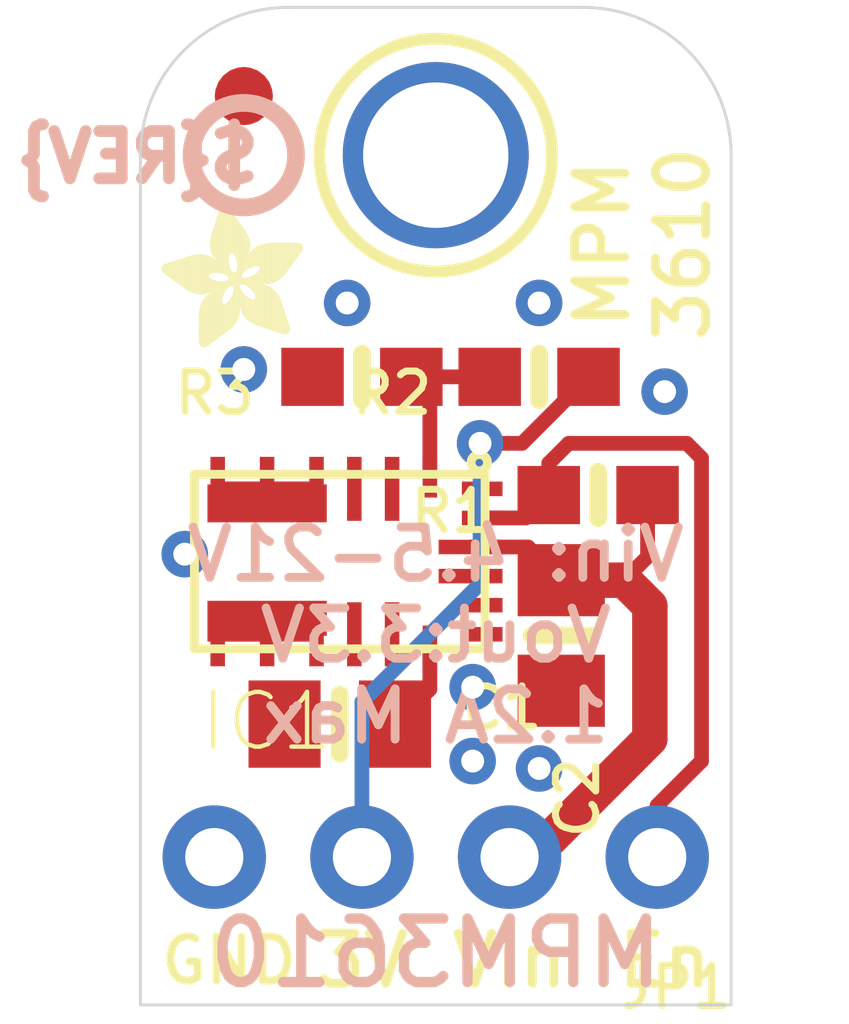
<source format=kicad_pcb>
(kicad_pcb (version 20241229) (generator "pcbnew") (generator_version "9.0")
  (layers (0 "F.Cu" signal) (2 "B.Cu" signal) (13 "F.Paste" user) (15 "B.Paste" user) (5 "F.SilkS" user "F.Silkscreen") (7 "B.SilkS" user "B.Silkscreen") (1 "F.Mask" user) (3 "B.Mask" user) (25 "Edge.Cuts" user))
  (net 0 "")
  (net 1 "GND")
  (net 2 "3.3V")
  (net 3 "VIN")
  (net 4 "EN")
  (net 5 "VCC")
  (net 6 "FB")
  (net 7 "SW")
  (footprint "Adafruit MPM3610:MOUNTINGHOLE_2.5_PLATED" (layer "F.Cu") (at 148.5011 98.9711)
    (property "Reference" "U$9" (hide yes))
    (property "Value" "MOUNTINGHOLE2.5" (hide yes))
    (pad "P$1" thru_hole circle (at 0 0) (size 3.2 3.2) (drill 2.5) (layers "*.Cu" "*.Mask"))
  )
  (footprint "Adafruit MPM3610:0805-NO" (layer "F.Cu") (at 150.6601 107.2261 -90)
    (property "Reference" "C2" (at 2.032 0.127 90) (layer "F.SilkS") (effects (font (size 0.692831 0.692831) (thickness 0.119969)) (justify right top)))
    (property "Value" "22uF")
    (pad "1" smd rect (at -0.95 0 270) (size 1.24 1.5) (layers "F.Cu" "F.Mask" "F.Paste") (net 3 "VIN"))
    (pad "2" smd rect (at 0.95 0 270) (size 1.24 1.5) (layers "F.Cu" "F.Mask" "F.Paste") (net 1 "GND"))
  )
  (footprint "Adafruit MPM3610:0603-NO" (layer "F.Cu") (at 151.2951 104.8131 180)
    (property "Reference" "R1" (at 1.778 0.127 0) (layer "F.SilkS") (effects (font (size 0.692831 0.692831) (thickness 0.119969)) (justify right top)))
    (property "Value" "75K")
    (pad "1" smd rect (at -0.85 0 180) (size 1.075 1) (layers "F.Cu" "F.Mask" "F.Paste") (net 3 "VIN"))
    (pad "2" smd rect (at 0.85 0 180) (size 1.075 1) (layers "F.Cu" "F.Mask" "F.Paste") (net 4 "EN"))
  )
  (footprint "Adafruit MPM3610:1X04_ROUND" (layer "F.Cu") (at 148.5011 111.0361 180)
    (property "Reference" "JP1" (at -5.1562 -1.8288 0) (layer "F.SilkS") (effects (font (size 0.692831 0.692831) (thickness 0.119969)) (justify right top)))
    (property "Value" "")
    (pad "1" thru_hole circle (at -3.81 0 270) (size 1.778 1.778) (drill 1) (layers "*.Cu" "*.Mask") (net 4 "EN"))
    (pad "2" thru_hole circle (at -1.27 0 270) (size 1.778 1.778) (drill 1) (layers "*.Cu" "*.Mask") (net 3 "VIN"))
    (pad "3" thru_hole circle (at 1.27 0 270) (size 1.778 1.778) (drill 1) (layers "*.Cu" "*.Mask") (net 2 "3.3V"))
    (pad "4" thru_hole circle (at 3.81 0 270) (size 1.778 1.778) (drill 1) (layers "*.Cu" "*.Mask") (net 1 "GND"))
  )
  (footprint "Adafruit MPM3610:0603-NO" (layer "F.Cu") (at 147.2311 102.7811 180)
    (property "Reference" "R3" (at 1.778 0.127 0) (layer "F.SilkS") (effects (font (size 0.692831 0.692831) (thickness 0.119969)) (justify right top)))
    (property "Value" "24K")
    (pad "1" smd rect (at -0.85 0 180) (size 1.075 1) (layers "F.Cu" "F.Mask" "F.Paste") (net 6 "FB"))
    (pad "2" smd rect (at 0.85 0 180) (size 1.075 1) (layers "F.Cu" "F.Mask" "F.Paste") (net 1 "GND"))
  )
  (footprint "Adafruit MPM3610:0603-NO" (layer "F.Cu") (at 150.2791 102.7811 180)
    (property "Reference" "R2" (at 1.778 0.127 0) (layer "F.SilkS") (effects (font (size 0.692831 0.692831) (thickness 0.119969)) (justify right top)))
    (property "Value" "75K")
    (pad "1" smd rect (at -0.85 0 180) (size 1.075 1) (layers "F.Cu" "F.Mask" "F.Paste") (net 2 "3.3V"))
    (pad "2" smd rect (at 0.85 0 180) (size 1.075 1) (layers "F.Cu" "F.Mask" "F.Paste") (net 6 "FB"))
  )
  (footprint "Adafruit MPM3610:FIDUCIAL_1MM" (layer "F.Cu") (at 145.1991 97.9551)
    (property "Reference" "FID1" (hide yes))
    (property "Value" "FIDUCIAL_1MM" (hide yes))
    (pad "1" smd roundrect (at 0 0) (size 1 1) (layers "F.Cu" "F.Mask") (roundrect_rratio 0.5))
  )
  (footprint "Adafruit MPM3610:ADAFRUIT_2.5MM" (layer "F.Cu") (at 146.2151 102.2731 90)
    (property "Reference" "U$11" (hide yes))
    (property "Value" "" (hide yes))
  )
  (footprint "Adafruit MPM3610:MPM3610" (layer "F.Cu") (at 146.8501 105.9561 -90)
    (property "Reference" "IC1" (at 3.3 2.45 0) (layer "F.SilkS") (effects (font (size 0.941222 0.941222) (thickness 0.074778)) (justify left bottom)))
    (property "Value" "MPM3610")
    (fp_poly (pts (xy 1.2762 0.4238) (xy 1.3762 0.4238) (xy 1.3762 2.2762) (xy 0.6738 2.2762) (xy 0.6738 0.2238) (xy 1.2762 0.2238)) (fill yes) (layer "F.Cu"))
    (fp_poly (pts (xy -0.6738 2.2762) (xy -1.3262 2.2762) (xy -1.3262 2.0762) (xy -1.3762 2.0762) (xy -1.3762 0.4238) (xy -1.3262 0.4238) (xy -1.3262 0.2238) (xy -0.6738 0.2238)) (fill yes) (layer "F.Cu"))
    (pad "1" smd rect (at -1.45 -1.55 270) (size 0.7 0.25) (layers "F.Cu" "F.Mask" "F.Paste") (net 6 "FB"))
    (pad "2" smd rect (at -1.25 -0.9 270) (size 1.1 0.25) (layers "F.Cu" "F.Mask" "F.Paste") (net 5 "VCC"))
    (pad "3" smd rect (at -1.25 -0.25 270) (size 1.1 0.25) (layers "F.Cu" "F.Mask" "F.Paste") (net 1 "GND"))
    (pad "4" smd rect (at -1.45 0.4 270) (size 0.7 0.25) (layers "F.Cu" "F.Mask" "F.Paste") (net 7 "SW"))
    (pad "5" smd rect (at -1.45 1.25 270) (size 0.7 0.25) (layers "F.Cu" "F.Mask" "F.Paste") (net 7 "SW"))
    (pad "6" smd rect (at -1.45 2.1 270) (size 0.7 0.25) (layers "F.Cu" "F.Mask" "F.Paste") (net 7 "SW"))
    (pad "7" smd rect (at 1.45 2.1 270) (size 0.7 0.25) (layers "F.Cu" "F.Mask" "F.Paste") (net 2 "3.3V"))
    (pad "8" smd rect (at 1.45 1.25 270) (size 0.7 0.25) (layers "F.Cu" "F.Mask" "F.Paste") (net 2 "3.3V"))
    (pad "9" smd rect (at 1.45 0.4 270) (size 0.7 0.25) (layers "F.Cu" "F.Mask" "F.Paste") (net 2 "3.3V"))
    (pad "10" smd rect (at 1.25 -0.25 270) (size 1.1 0.25) (layers "F.Cu" "F.Mask" "F.Paste"))
    (pad "11" smd rect (at 1.25 -0.9 270) (size 1.1 0.25) (layers "F.Cu" "F.Mask" "F.Paste"))
    (pad "12" smd rect (at 1.45 -1.55 270) (size 0.7 0.25) (layers "F.Cu" "F.Mask" "F.Paste") (net 1 "GND"))
    (pad "13" smd rect (at 1.25 -2.45) (size 0.7 0.25) (layers "F.Cu" "F.Mask" "F.Paste") (net 1 "GND"))
    (pad "14" smd rect (at 0.75 -2.45) (size 0.7 0.25) (layers "F.Cu" "F.Mask" "F.Paste") (net 1 "GND"))
    (pad "15" smd rect (at 0.25 -2.25) (size 1.1 0.25) (layers "F.Cu" "F.Mask" "F.Paste"))
    (pad "16" smd rect (at -0.25 -2.25) (size 1.1 0.25) (layers "F.Cu" "F.Mask" "F.Paste") (net 3 "VIN"))
    (pad "17" smd rect (at -0.75 -2.45) (size 0.7 0.25) (layers "F.Cu" "F.Mask" "F.Paste") (net 4 "EN"))
    (pad "18" smd rect (at -1.25 -2.45) (size 0.7 0.25) (layers "F.Cu" "F.Mask" "F.Paste"))
  )
  (footprint "Adafruit MPM3610:0805-NO" (layer "F.Cu") (at 146.8501 108.7501)
    (property "Reference" "C1" (at 2.032 0.127 0) (layer "F.SilkS") (effects (font (size 0.692831 0.692831) (thickness 0.119969)) (justify left bottom)))
    (property "Value" "22uF")
    (pad "1" smd rect (at -0.95 0) (size 1.24 1.5) (layers "F.Cu" "F.Mask" "F.Paste") (net 2 "3.3V"))
    (pad "2" smd rect (at 0.95 0) (size 1.24 1.5) (layers "F.Cu" "F.Mask" "F.Paste") (net 1 "GND"))
  )
  (footprint "Adafruit MPM3610:PCBFEAT-REV-040" (layer "B.Cu") (at 145.1991 98.9711 180)
    (property "Reference" "U$10" (hide yes))
    (property "Value" "" (hide yes))
    (fp_text user "${REV}" (at -0.3556 -0.508 0) (layer "B.SilkS") (effects (font (size 0.8128 0.8128) (thickness 0.2032)) (justify left bottom mirror)))
  )
  (gr_line (start 153.5811 113.5761) (end 143.4211 113.5761) (stroke (width 0.05)) (layer "Edge.Cuts"))
  (gr_arc (start 151.0411 96.4311) (mid 152.837151 97.175049) (end 153.5811 98.9711) (stroke (width 0.05)) (layer "Edge.Cuts"))
  (gr_line (start 145.9611 96.4311) (end 151.0411 96.4311) (stroke (width 0.05)) (layer "Edge.Cuts"))
  (gr_arc (start 143.4211 98.9711) (mid 144.165049 97.175049) (end 145.9611 96.4311) (stroke (width 0.05)) (layer "Edge.Cuts"))
  (gr_line (start 143.4211 113.5761) (end 143.4211 98.9711) (stroke (width 0.05)) (layer "Edge.Cuts"))
  (gr_line (start 153.5811 98.9711) (end 153.5811 113.5761) (stroke (width 0.05)) (layer "Edge.Cuts"))
  (gr_text "En" (at 152.4381 112.8141 0) (layer "F.SilkS") (effects (font (size 0.8636 0.8636) (thickness 0.1524))))
  (gr_text "Vin" (at 149.7711 112.8141 0) (layer "F.SilkS") (effects (font (size 0.8636 0.8636) (thickness 0.1524))))
  (gr_text "GND" (at 144.9451 112.8141 0) (layer "F.SilkS") (effects (font (size 0.75565 0.75565) (thickness 0.13335))))
  (gr_text "3V" (at 147.2311 112.8141 0) (layer "F.SilkS") (effects (font (size 0.8636 0.8636) (thickness 0.1524))))
  (gr_text "MPM\n3610" (at 152.0571 100.4951 90) (layer "F.SilkS") (effects (font (size 0.8636 0.8636) (thickness 0.1524))))
  (gr_text "MPM3610" (at 148.5011 112.6871 -0) (layer "B.SilkS") (effects (font (size 1.0922 1.0922) (thickness 0.1778)) (justify mirror)))
  (gr_text "Vin: 4.5-21V\nVout:3.3V\n1.2A Max" (at 148.5011 107.2261 -0) (layer "B.SilkS") (effects (font (size 0.8636 0.8636) (thickness 0.1524)) (justify mirror)))
  (segment (start 148.4001 108.1501) (end 147.8001 108.7501) (width 0.254) (layer "F.Cu") (net 1))
  (segment (start 148.4001 107.4061) (end 148.4001 108.1501) (width 0.254) (layer "F.Cu") (net 1))
  (via (at 149.1361 109.3851) (size 0.8001) (drill 0.3937) (layers "F.Cu" "B.Cu") (net 1))
  (via (at 146.9771 101.5111) (size 0.8001) (drill 0.3937) (layers "F.Cu" "B.Cu") (net 1))
  (via (at 144.1831 105.8291) (size 0.8001) (drill 0.3937) (layers "F.Cu" "B.Cu") (net 1))
  (via (at 150.2791 109.5121) (size 0.8001) (drill 0.3937) (layers "F.Cu" "B.Cu") (net 1))
  (via (at 150.2791 101.5111) (size 0.8001) (drill 0.3937) (layers "F.Cu" "B.Cu") (net 1))
  (via (at 149.1361 108.1151) (size 0.8001) (drill 0.3937) (layers "F.Cu" "B.Cu") (net 1))
  (via (at 152.4381 103.0351) (size 0.8001) (drill 0.3937) (layers "F.Cu" "B.Cu") (net 1))
  (via (at 145.1991 102.6541) (size 0.8001) (drill 0.3937) (layers "F.Cu" "B.Cu") (net 1))
  (segment (start 151.1291 102.7811) (end 149.9861 103.9241) (width 0.254) (layer "F.Cu") (net 2))
  (segment (start 149.2631 103.9241) (end 149.9861 103.9241) (width 0.254) (layer "F.Cu") (net 2))
  (via (at 149.2631 103.9241) (size 0.8001) (drill 0.3937) (layers "F.Cu" "B.Cu") (net 2))
  (segment (start 149.2631 106.3371) (end 147.2311 108.3691) (width 0.254) (layer "B.Cu") (net 2))
  (segment (start 147.2311 108.3691) (end 147.2311 111.0361) (width 0.254) (layer "B.Cu") (net 2))
  (segment (start 149.2631 103.9241) (end 149.2631 106.3371) (width 0.254) (layer "B.Cu") (net 2))
  (segment (start 150.1521 111.0361) (end 149.7711 111.0361) (width 0.6096) (layer "F.Cu") (net 3))
  (segment (start 152.1451 104.8131) (end 152.1451 105.8731) (width 0.254) (layer "F.Cu") (net 3))
  (segment (start 151.7421 106.2761) (end 152.1841 106.7181) (width 0.6096) (layer "F.Cu") (net 3))
  (segment (start 149.1001 105.7061) (end 150.0901 105.7061) (width 0.254) (layer "F.Cu") (net 3))
  (segment (start 152.1451 105.8731) (end 151.7421 106.2761) (width 0.254) (layer "F.Cu") (net 3))
  (segment (start 150.0901 105.7061) (end 150.6601 106.2761) (width 0.254) (layer "F.Cu") (net 3))
  (segment (start 152.1841 109.0041) (end 150.1521 111.0361) (width 0.6096) (layer "F.Cu") (net 3))
  (segment (start 150.6601 106.2761) (end 151.7421 106.2761) (width 0.6096) (layer "F.Cu") (net 3))
  (segment (start 152.1841 106.7181) (end 152.1841 109.0041) (width 0.6096) (layer "F.Cu") (net 3))
  (segment (start 150.0521 105.2061) (end 150.4451 104.8131) (width 0.254) (layer "F.Cu") (net 4))
  (segment (start 153.0731 104.1781) (end 153.0731 109.3851) (width 0.254) (layer "F.Cu") (net 4))
  (segment (start 150.4451 104.2661) (end 150.7871 103.9241) (width 0.254) (layer "F.Cu") (net 4))
  (segment (start 152.8191 103.9241) (end 153.0731 104.1781) (width 0.254) (layer "F.Cu") (net 4))
  (segment (start 150.7871 103.9241) (end 152.8191 103.9241) (width 0.254) (layer "F.Cu") (net 4))
  (segment (start 150.4451 104.8131) (end 150.4451 104.2661) (width 0.254) (layer "F.Cu") (net 4))
  (segment (start 153.0731 109.3851) (end 152.3111 110.1471) (width 0.254) (layer "F.Cu") (net 4))
  (segment (start 149.3001 105.2061) (end 150.0521 105.2061) (width 0.254) (layer "F.Cu") (net 4))
  (segment (start 152.3111 110.1471) (end 152.3111 111.0361) (width 0.254) (layer "F.Cu") (net 4))
  (segment (start 148.4001 104.5061) (end 148.4001 103.1001) (width 0.254) (layer "F.Cu") (net 6))
  (segment (start 148.4001 103.1001) (end 148.0811 102.7811) (width 0.254) (layer "F.Cu") (net 6))
  (segment (start 149.4291 102.7811) (end 148.0811 102.7811) (width 0.254) (layer "F.Cu") (net 6))
)
</source>
